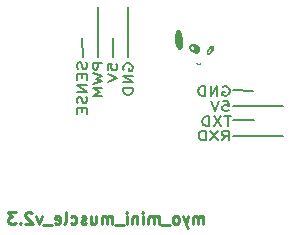
<source format=gbr>
G04 #@! TF.GenerationSoftware,KiCad,Pcbnew,5.0.2-bee76a0~70~ubuntu18.04.1*
G04 #@! TF.CreationDate,2020-01-13T19:18:57+01:00*
G04 #@! TF.ProjectId,roboy_sno,726f626f-795f-4736-9e6f-2e6b69636164,rev?*
G04 #@! TF.SameCoordinates,Original*
G04 #@! TF.FileFunction,Legend,Bot*
G04 #@! TF.FilePolarity,Positive*
%FSLAX46Y46*%
G04 Gerber Fmt 4.6, Leading zero omitted, Abs format (unit mm)*
G04 Created by KiCad (PCBNEW 5.0.2-bee76a0~70~ubuntu18.04.1) date Mo 13 Jan 2020 19:18:57 CET*
%MOMM*%
%LPD*%
G01*
G04 APERTURE LIST*
%ADD10C,0.200000*%
%ADD11C,0.250000*%
%ADD12C,0.010000*%
%ADD13C,0.060000*%
G04 APERTURE END LIST*
D10*
X123691904Y-126505238D02*
X122891904Y-126505238D01*
X122891904Y-126886190D01*
X122930000Y-126981428D01*
X122968095Y-127029047D01*
X123044285Y-127076666D01*
X123158571Y-127076666D01*
X123234761Y-127029047D01*
X123272857Y-126981428D01*
X123310952Y-126886190D01*
X123310952Y-126505238D01*
X122891904Y-127410000D02*
X123691904Y-127648095D01*
X123120476Y-127838571D01*
X123691904Y-128029047D01*
X122891904Y-128267142D01*
X123691904Y-128648095D02*
X122891904Y-128648095D01*
X123463333Y-128981428D01*
X122891904Y-129314761D01*
X123691904Y-129314761D01*
X122323809Y-126469523D02*
X122361904Y-126612380D01*
X122361904Y-126850476D01*
X122323809Y-126945714D01*
X122285714Y-126993333D01*
X122209523Y-127040952D01*
X122133333Y-127040952D01*
X122057142Y-126993333D01*
X122019047Y-126945714D01*
X121980952Y-126850476D01*
X121942857Y-126660000D01*
X121904761Y-126564761D01*
X121866666Y-126517142D01*
X121790476Y-126469523D01*
X121714285Y-126469523D01*
X121638095Y-126517142D01*
X121600000Y-126564761D01*
X121561904Y-126660000D01*
X121561904Y-126898095D01*
X121600000Y-127040952D01*
X121942857Y-127469523D02*
X121942857Y-127802857D01*
X122361904Y-127945714D02*
X122361904Y-127469523D01*
X121561904Y-127469523D01*
X121561904Y-127945714D01*
X122361904Y-128374285D02*
X121561904Y-128374285D01*
X122361904Y-128945714D01*
X121561904Y-128945714D01*
X122323809Y-129374285D02*
X122361904Y-129517142D01*
X122361904Y-129755238D01*
X122323809Y-129850476D01*
X122285714Y-129898095D01*
X122209523Y-129945714D01*
X122133333Y-129945714D01*
X122057142Y-129898095D01*
X122019047Y-129850476D01*
X121980952Y-129755238D01*
X121942857Y-129564761D01*
X121904761Y-129469523D01*
X121866666Y-129421904D01*
X121790476Y-129374285D01*
X121714285Y-129374285D01*
X121638095Y-129421904D01*
X121600000Y-129469523D01*
X121561904Y-129564761D01*
X121561904Y-129802857D01*
X121600000Y-129945714D01*
X121942857Y-130374285D02*
X121942857Y-130707619D01*
X122361904Y-130850476D02*
X122361904Y-130374285D01*
X121561904Y-130374285D01*
X121561904Y-130850476D01*
X122000000Y-124440000D02*
X122030000Y-126020000D01*
X123280000Y-121770000D02*
X123280000Y-126020000D01*
X124151904Y-127109523D02*
X124151904Y-126633333D01*
X124532857Y-126585714D01*
X124494761Y-126633333D01*
X124456666Y-126728571D01*
X124456666Y-126966666D01*
X124494761Y-127061904D01*
X124532857Y-127109523D01*
X124609047Y-127157142D01*
X124799523Y-127157142D01*
X124875714Y-127109523D01*
X124913809Y-127061904D01*
X124951904Y-126966666D01*
X124951904Y-126728571D01*
X124913809Y-126633333D01*
X124875714Y-126585714D01*
X124151904Y-127442857D02*
X124951904Y-127776190D01*
X124151904Y-128109523D01*
X125490000Y-127118095D02*
X125451904Y-127022857D01*
X125451904Y-126880000D01*
X125490000Y-126737142D01*
X125566190Y-126641904D01*
X125642380Y-126594285D01*
X125794761Y-126546666D01*
X125909047Y-126546666D01*
X126061428Y-126594285D01*
X126137619Y-126641904D01*
X126213809Y-126737142D01*
X126251904Y-126880000D01*
X126251904Y-126975238D01*
X126213809Y-127118095D01*
X126175714Y-127165714D01*
X125909047Y-127165714D01*
X125909047Y-126975238D01*
X126251904Y-127594285D02*
X125451904Y-127594285D01*
X126251904Y-128165714D01*
X125451904Y-128165714D01*
X126251904Y-128641904D02*
X125451904Y-128641904D01*
X125451904Y-128880000D01*
X125490000Y-129022857D01*
X125566190Y-129118095D01*
X125642380Y-129165714D01*
X125794761Y-129213333D01*
X125909047Y-129213333D01*
X126061428Y-129165714D01*
X126137619Y-129118095D01*
X126213809Y-129022857D01*
X126251904Y-128880000D01*
X126251904Y-128641904D01*
X125840000Y-121740000D02*
X125840000Y-125990000D01*
X124560000Y-124410000D02*
X124590000Y-125990000D01*
X139010000Y-132670000D02*
X134760000Y-132670000D01*
X136500000Y-131390000D02*
X134740000Y-131390000D01*
X139020000Y-130130000D02*
X134770000Y-130130000D01*
X136470000Y-128860000D02*
X134780000Y-128850000D01*
D11*
X132214285Y-140152380D02*
X132214285Y-139485714D01*
X132214285Y-139580952D02*
X132166666Y-139533333D01*
X132071428Y-139485714D01*
X131928571Y-139485714D01*
X131833333Y-139533333D01*
X131785714Y-139628571D01*
X131785714Y-140152380D01*
X131785714Y-139628571D02*
X131738095Y-139533333D01*
X131642857Y-139485714D01*
X131500000Y-139485714D01*
X131404761Y-139533333D01*
X131357142Y-139628571D01*
X131357142Y-140152380D01*
X130976190Y-139485714D02*
X130738095Y-140152380D01*
X130500000Y-139485714D02*
X130738095Y-140152380D01*
X130833333Y-140390476D01*
X130880952Y-140438095D01*
X130976190Y-140485714D01*
X129976190Y-140152380D02*
X130071428Y-140104761D01*
X130119047Y-140057142D01*
X130166666Y-139961904D01*
X130166666Y-139676190D01*
X130119047Y-139580952D01*
X130071428Y-139533333D01*
X129976190Y-139485714D01*
X129833333Y-139485714D01*
X129738095Y-139533333D01*
X129690476Y-139580952D01*
X129642857Y-139676190D01*
X129642857Y-139961904D01*
X129690476Y-140057142D01*
X129738095Y-140104761D01*
X129833333Y-140152380D01*
X129976190Y-140152380D01*
X129452380Y-140247619D02*
X128690476Y-140247619D01*
X128452380Y-140152380D02*
X128452380Y-139485714D01*
X128452380Y-139580952D02*
X128404761Y-139533333D01*
X128309523Y-139485714D01*
X128166666Y-139485714D01*
X128071428Y-139533333D01*
X128023809Y-139628571D01*
X128023809Y-140152380D01*
X128023809Y-139628571D02*
X127976190Y-139533333D01*
X127880952Y-139485714D01*
X127738095Y-139485714D01*
X127642857Y-139533333D01*
X127595238Y-139628571D01*
X127595238Y-140152380D01*
X127119047Y-140152380D02*
X127119047Y-139485714D01*
X127119047Y-139152380D02*
X127166666Y-139200000D01*
X127119047Y-139247619D01*
X127071428Y-139200000D01*
X127119047Y-139152380D01*
X127119047Y-139247619D01*
X126642857Y-139485714D02*
X126642857Y-140152380D01*
X126642857Y-139580952D02*
X126595238Y-139533333D01*
X126500000Y-139485714D01*
X126357142Y-139485714D01*
X126261904Y-139533333D01*
X126214285Y-139628571D01*
X126214285Y-140152380D01*
X125738095Y-140152380D02*
X125738095Y-139485714D01*
X125738095Y-139152380D02*
X125785714Y-139200000D01*
X125738095Y-139247619D01*
X125690476Y-139200000D01*
X125738095Y-139152380D01*
X125738095Y-139247619D01*
X125500000Y-140247619D02*
X124738095Y-140247619D01*
X124500000Y-140152380D02*
X124500000Y-139485714D01*
X124500000Y-139580952D02*
X124452380Y-139533333D01*
X124357142Y-139485714D01*
X124214285Y-139485714D01*
X124119047Y-139533333D01*
X124071428Y-139628571D01*
X124071428Y-140152380D01*
X124071428Y-139628571D02*
X124023809Y-139533333D01*
X123928571Y-139485714D01*
X123785714Y-139485714D01*
X123690476Y-139533333D01*
X123642857Y-139628571D01*
X123642857Y-140152380D01*
X122738095Y-139485714D02*
X122738095Y-140152380D01*
X123166666Y-139485714D02*
X123166666Y-140009523D01*
X123119047Y-140104761D01*
X123023809Y-140152380D01*
X122880952Y-140152380D01*
X122785714Y-140104761D01*
X122738095Y-140057142D01*
X122309523Y-140104761D02*
X122214285Y-140152380D01*
X122023809Y-140152380D01*
X121928571Y-140104761D01*
X121880952Y-140009523D01*
X121880952Y-139961904D01*
X121928571Y-139866666D01*
X122023809Y-139819047D01*
X122166666Y-139819047D01*
X122261904Y-139771428D01*
X122309523Y-139676190D01*
X122309523Y-139628571D01*
X122261904Y-139533333D01*
X122166666Y-139485714D01*
X122023809Y-139485714D01*
X121928571Y-139533333D01*
X121023809Y-140104761D02*
X121119047Y-140152380D01*
X121309523Y-140152380D01*
X121404761Y-140104761D01*
X121452380Y-140057142D01*
X121500000Y-139961904D01*
X121500000Y-139676190D01*
X121452380Y-139580952D01*
X121404761Y-139533333D01*
X121309523Y-139485714D01*
X121119047Y-139485714D01*
X121023809Y-139533333D01*
X120452380Y-140152380D02*
X120547619Y-140104761D01*
X120595238Y-140009523D01*
X120595238Y-139152380D01*
X119690476Y-140104761D02*
X119785714Y-140152380D01*
X119976190Y-140152380D01*
X120071428Y-140104761D01*
X120119047Y-140009523D01*
X120119047Y-139628571D01*
X120071428Y-139533333D01*
X119976190Y-139485714D01*
X119785714Y-139485714D01*
X119690476Y-139533333D01*
X119642857Y-139628571D01*
X119642857Y-139723809D01*
X120119047Y-139819047D01*
X119452380Y-140247619D02*
X118690476Y-140247619D01*
X118547619Y-139485714D02*
X118309523Y-140152380D01*
X118071428Y-139485714D01*
X117738095Y-139247619D02*
X117690476Y-139200000D01*
X117595238Y-139152380D01*
X117357142Y-139152380D01*
X117261904Y-139200000D01*
X117214285Y-139247619D01*
X117166666Y-139342857D01*
X117166666Y-139438095D01*
X117214285Y-139580952D01*
X117785714Y-140152380D01*
X117166666Y-140152380D01*
X116738095Y-140057142D02*
X116690476Y-140104761D01*
X116738095Y-140152380D01*
X116785714Y-140104761D01*
X116738095Y-140057142D01*
X116738095Y-140152380D01*
X116357142Y-139152380D02*
X115738095Y-139152380D01*
X116071428Y-139533333D01*
X115928571Y-139533333D01*
X115833333Y-139580952D01*
X115785714Y-139628571D01*
X115738095Y-139723809D01*
X115738095Y-139961904D01*
X115785714Y-140057142D01*
X115833333Y-140104761D01*
X115928571Y-140152380D01*
X116214285Y-140152380D01*
X116309523Y-140104761D01*
X116357142Y-140057142D01*
D10*
X133806666Y-133061904D02*
X134140000Y-132680952D01*
X134378095Y-133061904D02*
X134378095Y-132261904D01*
X133997142Y-132261904D01*
X133901904Y-132300000D01*
X133854285Y-132338095D01*
X133806666Y-132414285D01*
X133806666Y-132528571D01*
X133854285Y-132604761D01*
X133901904Y-132642857D01*
X133997142Y-132680952D01*
X134378095Y-132680952D01*
X133473333Y-132261904D02*
X132806666Y-133061904D01*
X132806666Y-132261904D02*
X133473333Y-133061904D01*
X132425714Y-133061904D02*
X132425714Y-132261904D01*
X132187619Y-132261904D01*
X132044761Y-132300000D01*
X131949523Y-132376190D01*
X131901904Y-132452380D01*
X131854285Y-132604761D01*
X131854285Y-132719047D01*
X131901904Y-132871428D01*
X131949523Y-132947619D01*
X132044761Y-133023809D01*
X132187619Y-133061904D01*
X132425714Y-133061904D01*
X134581904Y-131051904D02*
X134010476Y-131051904D01*
X134296190Y-131851904D02*
X134296190Y-131051904D01*
X133772380Y-131051904D02*
X133105714Y-131851904D01*
X133105714Y-131051904D02*
X133772380Y-131851904D01*
X132724761Y-131851904D02*
X132724761Y-131051904D01*
X132486666Y-131051904D01*
X132343809Y-131090000D01*
X132248571Y-131166190D01*
X132200952Y-131242380D01*
X132153333Y-131394761D01*
X132153333Y-131509047D01*
X132200952Y-131661428D01*
X132248571Y-131737619D01*
X132343809Y-131813809D01*
X132486666Y-131851904D01*
X132724761Y-131851904D01*
X133901904Y-128530000D02*
X133997142Y-128491904D01*
X134140000Y-128491904D01*
X134282857Y-128530000D01*
X134378095Y-128606190D01*
X134425714Y-128682380D01*
X134473333Y-128834761D01*
X134473333Y-128949047D01*
X134425714Y-129101428D01*
X134378095Y-129177619D01*
X134282857Y-129253809D01*
X134140000Y-129291904D01*
X134044761Y-129291904D01*
X133901904Y-129253809D01*
X133854285Y-129215714D01*
X133854285Y-128949047D01*
X134044761Y-128949047D01*
X133425714Y-129291904D02*
X133425714Y-128491904D01*
X132854285Y-129291904D01*
X132854285Y-128491904D01*
X132378095Y-129291904D02*
X132378095Y-128491904D01*
X132140000Y-128491904D01*
X131997142Y-128530000D01*
X131901904Y-128606190D01*
X131854285Y-128682380D01*
X131806666Y-128834761D01*
X131806666Y-128949047D01*
X131854285Y-129101428D01*
X131901904Y-129177619D01*
X131997142Y-129253809D01*
X132140000Y-129291904D01*
X132378095Y-129291904D01*
X133890476Y-129781904D02*
X134366666Y-129781904D01*
X134414285Y-130162857D01*
X134366666Y-130124761D01*
X134271428Y-130086666D01*
X134033333Y-130086666D01*
X133938095Y-130124761D01*
X133890476Y-130162857D01*
X133842857Y-130239047D01*
X133842857Y-130429523D01*
X133890476Y-130505714D01*
X133938095Y-130543809D01*
X134033333Y-130581904D01*
X134271428Y-130581904D01*
X134366666Y-130543809D01*
X134414285Y-130505714D01*
X133557142Y-129781904D02*
X133223809Y-130581904D01*
X132890476Y-129781904D01*
D12*
G04 #@! TO.C,H3*
G36*
X130058956Y-123717677D02*
X130038809Y-123719904D01*
X130021294Y-123723503D01*
X130005969Y-123729247D01*
X129992391Y-123737910D01*
X129980118Y-123750263D01*
X129968707Y-123767079D01*
X129957717Y-123789132D01*
X129946704Y-123817194D01*
X129935226Y-123852038D01*
X129922841Y-123894437D01*
X129909107Y-123945164D01*
X129893580Y-124004991D01*
X129892858Y-124007806D01*
X129875651Y-124080413D01*
X129861617Y-124152215D01*
X129850468Y-124225382D01*
X129841919Y-124302089D01*
X129835683Y-124384508D01*
X129831548Y-124472699D01*
X129830440Y-124506344D01*
X129829935Y-124532464D01*
X129830224Y-124553688D01*
X129831499Y-124572642D01*
X129833949Y-124591953D01*
X129837766Y-124614248D01*
X129843141Y-124642156D01*
X129844285Y-124647959D01*
X129860766Y-124726650D01*
X129878292Y-124801345D01*
X129896611Y-124871278D01*
X129915470Y-124935680D01*
X129934616Y-124993784D01*
X129953798Y-125044821D01*
X129972763Y-125088024D01*
X129991257Y-125122625D01*
X130008500Y-125147232D01*
X130019204Y-125160688D01*
X130033480Y-125179656D01*
X130049182Y-125201250D01*
X130059670Y-125216091D01*
X130085171Y-125250214D01*
X130108935Y-125277140D01*
X130130235Y-125296123D01*
X130147334Y-125306045D01*
X130159309Y-125308637D01*
X130177008Y-125310297D01*
X130191518Y-125310651D01*
X130208108Y-125309805D01*
X130223388Y-125306963D01*
X130240411Y-125301242D01*
X130262228Y-125291757D01*
X130271197Y-125287557D01*
X130293965Y-125275833D01*
X130315451Y-125263120D01*
X130332505Y-125251357D01*
X130338958Y-125245894D01*
X130361859Y-125217649D01*
X130381929Y-125179822D01*
X130399185Y-125132359D01*
X130413650Y-125075208D01*
X130422198Y-125028959D01*
X130424715Y-125011703D01*
X130426735Y-124993526D01*
X130428309Y-124973113D01*
X130429485Y-124949147D01*
X130430314Y-124920314D01*
X130430845Y-124885298D01*
X130431128Y-124842783D01*
X130431212Y-124791455D01*
X130431212Y-124790199D01*
X130431089Y-124733717D01*
X130430643Y-124685370D01*
X130429754Y-124643131D01*
X130428300Y-124604976D01*
X130426160Y-124568881D01*
X130423215Y-124532821D01*
X130419343Y-124494772D01*
X130414423Y-124452708D01*
X130408334Y-124404606D01*
X130408089Y-124402717D01*
X130399031Y-124345693D01*
X130386181Y-124283238D01*
X130370126Y-124217240D01*
X130351451Y-124149587D01*
X130330744Y-124082166D01*
X130308592Y-124016866D01*
X130285580Y-123955574D01*
X130262295Y-123900178D01*
X130239325Y-123852565D01*
X130234127Y-123842876D01*
X130206260Y-123798774D01*
X130175174Y-123761456D01*
X130174569Y-123760835D01*
X130151777Y-123739558D01*
X130131089Y-123725841D01*
X130109394Y-123718522D01*
X130083582Y-123716441D01*
X130058956Y-123717677D01*
X130058956Y-123717677D01*
G37*
X130058956Y-123717677D02*
X130038809Y-123719904D01*
X130021294Y-123723503D01*
X130005969Y-123729247D01*
X129992391Y-123737910D01*
X129980118Y-123750263D01*
X129968707Y-123767079D01*
X129957717Y-123789132D01*
X129946704Y-123817194D01*
X129935226Y-123852038D01*
X129922841Y-123894437D01*
X129909107Y-123945164D01*
X129893580Y-124004991D01*
X129892858Y-124007806D01*
X129875651Y-124080413D01*
X129861617Y-124152215D01*
X129850468Y-124225382D01*
X129841919Y-124302089D01*
X129835683Y-124384508D01*
X129831548Y-124472699D01*
X129830440Y-124506344D01*
X129829935Y-124532464D01*
X129830224Y-124553688D01*
X129831499Y-124572642D01*
X129833949Y-124591953D01*
X129837766Y-124614248D01*
X129843141Y-124642156D01*
X129844285Y-124647959D01*
X129860766Y-124726650D01*
X129878292Y-124801345D01*
X129896611Y-124871278D01*
X129915470Y-124935680D01*
X129934616Y-124993784D01*
X129953798Y-125044821D01*
X129972763Y-125088024D01*
X129991257Y-125122625D01*
X130008500Y-125147232D01*
X130019204Y-125160688D01*
X130033480Y-125179656D01*
X130049182Y-125201250D01*
X130059670Y-125216091D01*
X130085171Y-125250214D01*
X130108935Y-125277140D01*
X130130235Y-125296123D01*
X130147334Y-125306045D01*
X130159309Y-125308637D01*
X130177008Y-125310297D01*
X130191518Y-125310651D01*
X130208108Y-125309805D01*
X130223388Y-125306963D01*
X130240411Y-125301242D01*
X130262228Y-125291757D01*
X130271197Y-125287557D01*
X130293965Y-125275833D01*
X130315451Y-125263120D01*
X130332505Y-125251357D01*
X130338958Y-125245894D01*
X130361859Y-125217649D01*
X130381929Y-125179822D01*
X130399185Y-125132359D01*
X130413650Y-125075208D01*
X130422198Y-125028959D01*
X130424715Y-125011703D01*
X130426735Y-124993526D01*
X130428309Y-124973113D01*
X130429485Y-124949147D01*
X130430314Y-124920314D01*
X130430845Y-124885298D01*
X130431128Y-124842783D01*
X130431212Y-124791455D01*
X130431212Y-124790199D01*
X130431089Y-124733717D01*
X130430643Y-124685370D01*
X130429754Y-124643131D01*
X130428300Y-124604976D01*
X130426160Y-124568881D01*
X130423215Y-124532821D01*
X130419343Y-124494772D01*
X130414423Y-124452708D01*
X130408334Y-124404606D01*
X130408089Y-124402717D01*
X130399031Y-124345693D01*
X130386181Y-124283238D01*
X130370126Y-124217240D01*
X130351451Y-124149587D01*
X130330744Y-124082166D01*
X130308592Y-124016866D01*
X130285580Y-123955574D01*
X130262295Y-123900178D01*
X130239325Y-123852565D01*
X130234127Y-123842876D01*
X130206260Y-123798774D01*
X130175174Y-123761456D01*
X130174569Y-123760835D01*
X130151777Y-123739558D01*
X130131089Y-123725841D01*
X130109394Y-123718522D01*
X130083582Y-123716441D01*
X130058956Y-123717677D01*
G04 #@! TO.C,H4*
G36*
X131318734Y-124889716D02*
X131280894Y-124893005D01*
X131260398Y-124896836D01*
X131208767Y-124913813D01*
X131164097Y-124937593D01*
X131126511Y-124967466D01*
X131096133Y-125002720D01*
X131073086Y-125042642D01*
X131057496Y-125086522D01*
X131049485Y-125133647D01*
X131049177Y-125183305D01*
X131056696Y-125234785D01*
X131072167Y-125287375D01*
X131095712Y-125340363D01*
X131127456Y-125393038D01*
X131165488Y-125442337D01*
X131215133Y-125493445D01*
X131270123Y-125538194D01*
X131329294Y-125576081D01*
X131391479Y-125606605D01*
X131455512Y-125629264D01*
X131520228Y-125643556D01*
X131584462Y-125648980D01*
X131638939Y-125646108D01*
X131693764Y-125635046D01*
X131742860Y-125615975D01*
X131785786Y-125589087D01*
X131804270Y-125573272D01*
X131836017Y-125539375D01*
X131859157Y-125504901D01*
X131875039Y-125467259D01*
X131885016Y-125423855D01*
X131886171Y-125416084D01*
X131888731Y-125361694D01*
X131881871Y-125306630D01*
X131866223Y-125251691D01*
X131852882Y-125221414D01*
X131487993Y-125221414D01*
X131485612Y-125243051D01*
X131472651Y-125287243D01*
X131451468Y-125326596D01*
X131422959Y-125360061D01*
X131388020Y-125386592D01*
X131347547Y-125405143D01*
X131346704Y-125405420D01*
X131326746Y-125409399D01*
X131299696Y-125411091D01*
X131281473Y-125410915D01*
X131257219Y-125409510D01*
X131238833Y-125406573D01*
X131222035Y-125401115D01*
X131204467Y-125393094D01*
X131167478Y-125369727D01*
X131136875Y-125339887D01*
X131113403Y-125304987D01*
X131097808Y-125266443D01*
X131090835Y-125225667D01*
X131093232Y-125184073D01*
X131093487Y-125182661D01*
X131106191Y-125140763D01*
X131127513Y-125102377D01*
X131156172Y-125069154D01*
X131190887Y-125042745D01*
X131209712Y-125032797D01*
X131239639Y-125023289D01*
X131274761Y-125018725D01*
X131311367Y-125019164D01*
X131345744Y-125024663D01*
X131363626Y-125030365D01*
X131398774Y-125049425D01*
X131429466Y-125075883D01*
X131454717Y-125108026D01*
X131473544Y-125144138D01*
X131484964Y-125182506D01*
X131487993Y-125221414D01*
X131852882Y-125221414D01*
X131842421Y-125197675D01*
X131811096Y-125145380D01*
X131772883Y-125095605D01*
X131728412Y-125049146D01*
X131678317Y-125006803D01*
X131623231Y-124969373D01*
X131563787Y-124937655D01*
X131500616Y-124912446D01*
X131482271Y-124906640D01*
X131445894Y-124898177D01*
X131404400Y-124892442D01*
X131360958Y-124889575D01*
X131318734Y-124889716D01*
X131318734Y-124889716D01*
G37*
X131318734Y-124889716D02*
X131280894Y-124893005D01*
X131260398Y-124896836D01*
X131208767Y-124913813D01*
X131164097Y-124937593D01*
X131126511Y-124967466D01*
X131096133Y-125002720D01*
X131073086Y-125042642D01*
X131057496Y-125086522D01*
X131049485Y-125133647D01*
X131049177Y-125183305D01*
X131056696Y-125234785D01*
X131072167Y-125287375D01*
X131095712Y-125340363D01*
X131127456Y-125393038D01*
X131165488Y-125442337D01*
X131215133Y-125493445D01*
X131270123Y-125538194D01*
X131329294Y-125576081D01*
X131391479Y-125606605D01*
X131455512Y-125629264D01*
X131520228Y-125643556D01*
X131584462Y-125648980D01*
X131638939Y-125646108D01*
X131693764Y-125635046D01*
X131742860Y-125615975D01*
X131785786Y-125589087D01*
X131804270Y-125573272D01*
X131836017Y-125539375D01*
X131859157Y-125504901D01*
X131875039Y-125467259D01*
X131885016Y-125423855D01*
X131886171Y-125416084D01*
X131888731Y-125361694D01*
X131881871Y-125306630D01*
X131866223Y-125251691D01*
X131852882Y-125221414D01*
X131487993Y-125221414D01*
X131485612Y-125243051D01*
X131472651Y-125287243D01*
X131451468Y-125326596D01*
X131422959Y-125360061D01*
X131388020Y-125386592D01*
X131347547Y-125405143D01*
X131346704Y-125405420D01*
X131326746Y-125409399D01*
X131299696Y-125411091D01*
X131281473Y-125410915D01*
X131257219Y-125409510D01*
X131238833Y-125406573D01*
X131222035Y-125401115D01*
X131204467Y-125393094D01*
X131167478Y-125369727D01*
X131136875Y-125339887D01*
X131113403Y-125304987D01*
X131097808Y-125266443D01*
X131090835Y-125225667D01*
X131093232Y-125184073D01*
X131093487Y-125182661D01*
X131106191Y-125140763D01*
X131127513Y-125102377D01*
X131156172Y-125069154D01*
X131190887Y-125042745D01*
X131209712Y-125032797D01*
X131239639Y-125023289D01*
X131274761Y-125018725D01*
X131311367Y-125019164D01*
X131345744Y-125024663D01*
X131363626Y-125030365D01*
X131398774Y-125049425D01*
X131429466Y-125075883D01*
X131454717Y-125108026D01*
X131473544Y-125144138D01*
X131484964Y-125182506D01*
X131487993Y-125221414D01*
X131852882Y-125221414D01*
X131842421Y-125197675D01*
X131811096Y-125145380D01*
X131772883Y-125095605D01*
X131728412Y-125049146D01*
X131678317Y-125006803D01*
X131623231Y-124969373D01*
X131563787Y-124937655D01*
X131500616Y-124912446D01*
X131482271Y-124906640D01*
X131445894Y-124898177D01*
X131404400Y-124892442D01*
X131360958Y-124889575D01*
X131318734Y-124889716D01*
G36*
X132943492Y-125080339D02*
X132925958Y-125082754D01*
X132909278Y-125088015D01*
X132890479Y-125096343D01*
X132840613Y-125124749D01*
X132791129Y-125161965D01*
X132742971Y-125206652D01*
X132697080Y-125257475D01*
X132654400Y-125313097D01*
X132615872Y-125372183D01*
X132582440Y-125433395D01*
X132555045Y-125495398D01*
X132534631Y-125556856D01*
X132522139Y-125616431D01*
X132521776Y-125619068D01*
X132519008Y-125662135D01*
X132522701Y-125700196D01*
X132532564Y-125732366D01*
X132548304Y-125757761D01*
X132569632Y-125775495D01*
X132573970Y-125777771D01*
X132601938Y-125786257D01*
X132633748Y-125787520D01*
X132665968Y-125781427D01*
X132666417Y-125781285D01*
X132709954Y-125762996D01*
X132754887Y-125735781D01*
X132800276Y-125700604D01*
X132845181Y-125658426D01*
X132888662Y-125610211D01*
X132929779Y-125556921D01*
X132967592Y-125499518D01*
X133001161Y-125438965D01*
X133001617Y-125438058D01*
X133026976Y-125383784D01*
X133035446Y-125361513D01*
X132881873Y-125361513D01*
X132881614Y-125389254D01*
X132879036Y-125417250D01*
X132874590Y-125440641D01*
X132864750Y-125470804D01*
X132850158Y-125505095D01*
X132832622Y-125539883D01*
X132813949Y-125571535D01*
X132798775Y-125592961D01*
X132767262Y-125628745D01*
X132736005Y-125656834D01*
X132705651Y-125676939D01*
X132676848Y-125688773D01*
X132650244Y-125692048D01*
X132626487Y-125686477D01*
X132611024Y-125676405D01*
X132596390Y-125659938D01*
X132587138Y-125639942D01*
X132582551Y-125614252D01*
X132581755Y-125588255D01*
X132585573Y-125549024D01*
X132595570Y-125508706D01*
X132610892Y-125468390D01*
X132630691Y-125429167D01*
X132654115Y-125392127D01*
X132680313Y-125358360D01*
X132708434Y-125328957D01*
X132737628Y-125305008D01*
X132767044Y-125287603D01*
X132795831Y-125277833D01*
X132823138Y-125276788D01*
X132824636Y-125277014D01*
X132846931Y-125285549D01*
X132865287Y-125302368D01*
X132875352Y-125319625D01*
X132879792Y-125337234D01*
X132881873Y-125361513D01*
X133035446Y-125361513D01*
X133045652Y-125334681D01*
X133058201Y-125288789D01*
X133065177Y-125244148D01*
X133067133Y-125206759D01*
X133067010Y-125181673D01*
X133065801Y-125163719D01*
X133063049Y-125149889D01*
X133058296Y-125137174D01*
X133055714Y-125131690D01*
X133044945Y-125114360D01*
X133031486Y-125098672D01*
X133025686Y-125093590D01*
X133015383Y-125086547D01*
X133005284Y-125082391D01*
X132992218Y-125080382D01*
X132973012Y-125079777D01*
X132966516Y-125079759D01*
X132943492Y-125080339D01*
X132943492Y-125080339D01*
G37*
X132943492Y-125080339D02*
X132925958Y-125082754D01*
X132909278Y-125088015D01*
X132890479Y-125096343D01*
X132840613Y-125124749D01*
X132791129Y-125161965D01*
X132742971Y-125206652D01*
X132697080Y-125257475D01*
X132654400Y-125313097D01*
X132615872Y-125372183D01*
X132582440Y-125433395D01*
X132555045Y-125495398D01*
X132534631Y-125556856D01*
X132522139Y-125616431D01*
X132521776Y-125619068D01*
X132519008Y-125662135D01*
X132522701Y-125700196D01*
X132532564Y-125732366D01*
X132548304Y-125757761D01*
X132569632Y-125775495D01*
X132573970Y-125777771D01*
X132601938Y-125786257D01*
X132633748Y-125787520D01*
X132665968Y-125781427D01*
X132666417Y-125781285D01*
X132709954Y-125762996D01*
X132754887Y-125735781D01*
X132800276Y-125700604D01*
X132845181Y-125658426D01*
X132888662Y-125610211D01*
X132929779Y-125556921D01*
X132967592Y-125499518D01*
X133001161Y-125438965D01*
X133001617Y-125438058D01*
X133026976Y-125383784D01*
X133035446Y-125361513D01*
X132881873Y-125361513D01*
X132881614Y-125389254D01*
X132879036Y-125417250D01*
X132874590Y-125440641D01*
X132864750Y-125470804D01*
X132850158Y-125505095D01*
X132832622Y-125539883D01*
X132813949Y-125571535D01*
X132798775Y-125592961D01*
X132767262Y-125628745D01*
X132736005Y-125656834D01*
X132705651Y-125676939D01*
X132676848Y-125688773D01*
X132650244Y-125692048D01*
X132626487Y-125686477D01*
X132611024Y-125676405D01*
X132596390Y-125659938D01*
X132587138Y-125639942D01*
X132582551Y-125614252D01*
X132581755Y-125588255D01*
X132585573Y-125549024D01*
X132595570Y-125508706D01*
X132610892Y-125468390D01*
X132630691Y-125429167D01*
X132654115Y-125392127D01*
X132680313Y-125358360D01*
X132708434Y-125328957D01*
X132737628Y-125305008D01*
X132767044Y-125287603D01*
X132795831Y-125277833D01*
X132823138Y-125276788D01*
X132824636Y-125277014D01*
X132846931Y-125285549D01*
X132865287Y-125302368D01*
X132875352Y-125319625D01*
X132879792Y-125337234D01*
X132881873Y-125361513D01*
X133035446Y-125361513D01*
X133045652Y-125334681D01*
X133058201Y-125288789D01*
X133065177Y-125244148D01*
X133067133Y-125206759D01*
X133067010Y-125181673D01*
X133065801Y-125163719D01*
X133063049Y-125149889D01*
X133058296Y-125137174D01*
X133055714Y-125131690D01*
X133044945Y-125114360D01*
X133031486Y-125098672D01*
X133025686Y-125093590D01*
X133015383Y-125086547D01*
X133005284Y-125082391D01*
X132992218Y-125080382D01*
X132973012Y-125079777D01*
X132966516Y-125079759D01*
X132943492Y-125080339D01*
D13*
G36*
X131612465Y-126519769D02*
X131608273Y-126525177D01*
X131607315Y-126533373D01*
X131611733Y-126538793D01*
X131623782Y-126546649D01*
X131641502Y-126556032D01*
X131662932Y-126566029D01*
X131686111Y-126575730D01*
X131709079Y-126584223D01*
X131729875Y-126590598D01*
X131731240Y-126590952D01*
X131774301Y-126598425D01*
X131822796Y-126600799D01*
X131873372Y-126598077D01*
X131919657Y-126590904D01*
X131946957Y-126585125D01*
X131965848Y-126580912D01*
X131977871Y-126577779D01*
X131984569Y-126575241D01*
X131987484Y-126572815D01*
X131988158Y-126570015D01*
X131988160Y-126569372D01*
X131987131Y-126561666D01*
X131983259Y-126557023D01*
X131975017Y-126555308D01*
X131960881Y-126556388D01*
X131939325Y-126560129D01*
X131922197Y-126563596D01*
X131863235Y-126573048D01*
X131809769Y-126575380D01*
X131759845Y-126570381D01*
X131711511Y-126557840D01*
X131662815Y-126537548D01*
X131657936Y-126535127D01*
X131635950Y-126524697D01*
X131621242Y-126519593D01*
X131612465Y-126519769D01*
X131612465Y-126519769D01*
G37*
X131612465Y-126519769D02*
X131608273Y-126525177D01*
X131607315Y-126533373D01*
X131611733Y-126538793D01*
X131623782Y-126546649D01*
X131641502Y-126556032D01*
X131662932Y-126566029D01*
X131686111Y-126575730D01*
X131709079Y-126584223D01*
X131729875Y-126590598D01*
X131731240Y-126590952D01*
X131774301Y-126598425D01*
X131822796Y-126600799D01*
X131873372Y-126598077D01*
X131919657Y-126590904D01*
X131946957Y-126585125D01*
X131965848Y-126580912D01*
X131977871Y-126577779D01*
X131984569Y-126575241D01*
X131987484Y-126572815D01*
X131988158Y-126570015D01*
X131988160Y-126569372D01*
X131987131Y-126561666D01*
X131983259Y-126557023D01*
X131975017Y-126555308D01*
X131960881Y-126556388D01*
X131939325Y-126560129D01*
X131922197Y-126563596D01*
X131863235Y-126573048D01*
X131809769Y-126575380D01*
X131759845Y-126570381D01*
X131711511Y-126557840D01*
X131662815Y-126537548D01*
X131657936Y-126535127D01*
X131635950Y-126524697D01*
X131621242Y-126519593D01*
X131612465Y-126519769D01*
G04 #@! TD*
M02*

</source>
